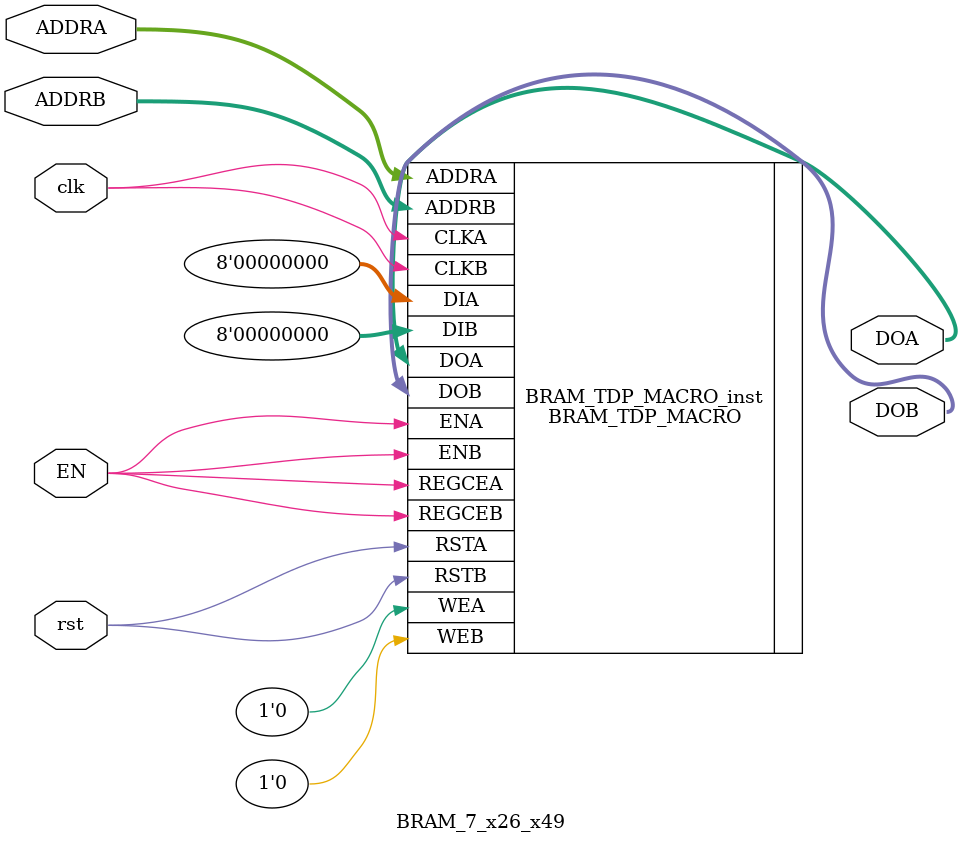
<source format=v>

module BRAM_7_x26_x49(
    input [9:0] ADDRA,
    input [9:0] ADDRB,
    input clk,
    input rst, input EN,
    output [7:0] DOA,
    output [7:0] DOB
    );



// Spartan-6
// Xilinx HDL Libraries Guide, version 14.7
//////////////////////////////////////////////////////////////////////////
// DATA_WIDTH_A/B | BRAM_SIZE | RAM Depth | ADDRA/B Width | WEA/B Width //
// ===============|===========|===========|===============|=============//
// 19-36 | "18Kb" | 512 | 9-bit | 4-bit //
// 10-18 | "18Kb" | 1024 | 10-bit | 2-bit //
// 10-18 | "9Kb" | 512 | 9-bit | 2-bit //
// 5-9 | "18Kb" | 2048 | 11-bit | 1-bit //
// 5-9 | "9Kb" | 1024 | 10-bit | 1-bit //
// 3-4 | "18Kb" | 4096 | 12-bit | 1-bit //
// 3-4 | "9Kb" | 2048 | 11-bit | 1-bit //
// 2 | "18Kb" | 8192 | 13-bit | 1-bit //
// 2 | "9Kb" | 4096 | 12-bit | 1-bit //
// 1 | "18Kb" | 16384 | 14-bit | 1-bit //
// 1 | "9Kb" | 8192 | 12-bit | 1-bit //
//////////////////////////////////////////////////////////////////////////
BRAM_TDP_MACRO #(
	.BRAM_SIZE("9Kb"), // Target BRAM: "9Kb" or "18Kb"
	.DEVICE("SPARTAN6"), // Target device: "VIRTEX5", "VIRTEX6", "SPARTAN6"
	.DOA_REG(1), // Optional port A output register (0 or 1)
	.DOB_REG(1), // Optional port B output register (0 or 1)
	.INIT_A(36'h0123), // Initial values on port A output port
	.INIT_B(36'h3210), // Initial values on port B output port
	.INIT_FILE ("NONE"),
	.READ_WIDTH_A (8), // Valid values are 1-36
	.READ_WIDTH_B (8), // Valid values are 1-36
	.SIM_COLLISION_CHECK ("NONE"), // Collision check enable "ALL", "WARNING_ONLY",
	// "GENERATE_X_ONLY" or "NONE"
	.SRVAL_A(36'h00000000), // Set/Reset value for port A output
	.SRVAL_B(36'h00000000), // Set/Reset value for port B output
	.WRITE_MODE_A("WRITE_FIRST"), // "WRITE_FIRST", "READ_FIRST", or "NO_CHANGE"
	.WRITE_MODE_B("WRITE_FIRST"), // "WRITE_FIRST", "READ_FIRST", or "NO_CHANGE"
	.WRITE_WIDTH_A(8), // Valid values are 1-36
	.WRITE_WIDTH_B(8), // Valid values are 1-36
	
.INIT_00(256'h2D61703FA9003800F25E9C00AC000E004C00ED002C001F008500170000000000),
.INIT_01(256'hBDBAD2E40C0AAF0A958FC9D1FE006E00AA0039002E002F009E003E00FF00CD00),
.INIT_02(256'h4E1371CDF63C05BC714FFD114C000C00CEDF0D5F8380D2005B002B00AC004E00),
.INIT_03(256'h6A9A6744B53674B6A2CC1C92F8008A009C8D6D0D67800400F452B652B5006500),
.INIT_04(256'hCED6BD8837008800B78DF7D3F0007C0082640D644C005100ED005100A2008C00),
.INIT_05(256'h8F907E7EA2769FC601C1C32F927C9CCC79357485B2B02D00EB51D5E1A1B00D00),
.INIT_06(256'h0C1D1DC3C98514059525377BB1B9DFB918BBF53BFB8084002B0075001600DA00),
.INIT_07(256'hF9096A67BAF3E5C3973BB7D535C5D97557B83888E3301E00990345B3F3B0BD00),
.INIT_08(256'hD09C8DC254FDC5FD0FA361FD51FDF3FDB1FD10FDD1FDE2FD78FDEAFDFDFDFDFD),
.INIT_09(256'h40472F19F1F752F76872342C03FD93FD57FDC4FDD3FDD2FD63FDC3FD02FD30FD),
.INIT_0A(256'hB3EE8C300BC1F8418CB200ECB1FDF1FD3322F0A27E7D2FFDA6FDD6FD51FDB3FD),
.INIT_0B(256'h97679AB948CB894B5F31E16F05FD77FD617090F09A7DF9FD09AF4BAF48FD98FD),
.INIT_0C(256'h332B4075CAFD75FD4A700A2E0DFD81FD7F99F099B1FDACFD10FDACFD5FFD71FD),
.INIT_0D(256'h726D83835F8B623BFC3C3ED26F81613184C889784F4DD0FD16AC281C5C4DF0FD),
.INIT_0E(256'hF1E0E03E3478E9F868D8CA864C442244E54608C6067D79FDD6FD88FDEBFD27FD),
.INIT_0F(256'h04F4979A470E183E6AC64A28C8382488AA45C5751ECDE3FD64FEB84E0E4D40FD),
.INIT_10(256'hB332579265003F0041A010003300DC00AB0000005E00EB00C300DD0000000000),
.INIT_11(256'h34A3C20383F2CBF21FC35C630C00F1005800E100AF0008001B001700DA00C800),
.INIT_12(256'h0994B4B4824781C794CC1C6C36000000270DD58DE3800F00E700200098004100),
.INIT_13(256'h4435EB159EB58F35009F9A3FF300D7001E3DFEBDE8801600F5302030B8007300),
.INIT_14(256'h8F658FC580003E00E2D6577668006300B021FF21EA00BB004700BD000A00EE00),
.INIT_15(256'h6CDE1919BE647503D89F18588F96F1F1D6FAEC9D326716000ADB85BCF9676800),
.INIT_16(256'hDEFB87DB8C7F6BFFDC82B02286385438EF2CF9AC84808C00B000930041007C00),
.INIT_17(256'hF770DB37481BDAFC2CFB353C9BAE3CC943C72020A6E7DB0037EB618C48670000),
.INIT_18(256'h4ECFAA6F98FDC2FDBC5DEDFDCEFD21FD56FDFDFDA3FD16FD3EFD20FDFDFDFDFD),
.INIT_19(256'hC95E3FFE7E0F360FE23EA19EF1FD0CFDA5FD1CFD52FDF5FDE6FDEAFD27FD35FD),
.INIT_1A(256'hF46949497FBA7C3A6931E191CBFDFDFDDAF028701E7DF2FD1AFDDDFD65FDBCFD),
.INIT_1B(256'hB9C816E8634872C8FD6267C20EFD2AFDE3C00340157DEBFD08CDDDCD45FD8EFD),
.INIT_1C(256'h729872387DFDC3FD1F2BAA8B95FD9EFD4DDC02DC17FD46FDBAFD40FDF7FD13FD),
.INIT_1D(256'h9123E4E4439988FE2562E5A5726B0C0C2B071160CF9AEBFDF7267841049A95FD),
.INIT_1E(256'h23067A2671829602217F4DDF7BC5A9C512D10451797D71FD4DFD6EFDBCFD81FD),
.INIT_1F(256'h0A8D26CAB5E62701D106C8C16653C134BE3ADDDD5B1A26FDCA169C71B59AFDFD),



	
	//===============================================================================
	
	.INIT_20(256'h0000000000000000000000000000000000000000000000000000000000000000),
	.INIT_21(256'h0000000000000000000000000000000000000000000000000000000000000000),
	.INIT_22(256'h0000000000000000000000000000000000000000000000000000000000000000),
	.INIT_23(256'h0000000000000000000000000000000000000000000000000000000000000000),
	.INIT_24(256'h0000000000000000000000000000000000000000000000000000000000000000),
	.INIT_25(256'h0000000000000000000000000000000000000000000000000000000000000000),
	.INIT_26(256'h0000000000000000000000000000000000000000000000000000000000000000),
	.INIT_27(256'h0000000000000000000000000000000000000000000000000000000000000000),
	.INIT_28(256'h0000000000000000000000000000000000000000000000000000000000000000),
	.INIT_29(256'h0000000000000000000000000000000000000000000000000000000000000000),
	.INIT_2A(256'h0000000000000000000000000000000000000000000000000000000000000000),
	.INIT_2B(256'h0000000000000000000000000000000000000000000000000000000000000000),
	.INIT_2C(256'h0000000000000000000000000000000000000000000000000000000000000000),
	.INIT_2D(256'h0000000000000000000000000000000000000000000000000000000000000000),
	.INIT_2E(256'h0000000000000000000000000000000000000000000000000000000000000000),
	.INIT_2F(256'h0000000000000000000000000000000000000000000000000000000000000000),
	.INIT_30(256'h0000000000000000000000000000000000000000000000000000000000000000),
	.INIT_31(256'h0000000000000000000000000000000000000000000000000000000000000000),
	.INIT_32(256'h0000000000000000000000000000000000000000000000000000000000000000),
	.INIT_33(256'h0000000000000000000000000000000000000000000000000000000000000000),
	.INIT_34(256'h0000000000000000000000000000000000000000000000000000000000000000),
	.INIT_35(256'h0000000000000000000000000000000000000000000000000000000000000000),
	.INIT_36(256'h0000000000000000000000000000000000000000000000000000000000000000),
	.INIT_37(256'h0000000000000000000000000000000000000000000000000000000000000000),
	.INIT_38(256'h0000000000000000000000000000000000000000000000000000000000000000),
	.INIT_39(256'h0000000000000000000000000000000000000000000000000000000000000000),
	.INIT_3A(256'h0000000000000000000000000000000000000000000000000000000000000000),
	.INIT_3B(256'h0000000000000000000000000000000000000000000000000000000000000000),
	.INIT_3C(256'h0000000000000000000000000000000000000000000000000000000000000000),
	.INIT_3D(256'h0000000000000000000000000000000000000000000000000000000000000000),
	.INIT_3E(256'h0000000000000000000000000000000000000000000000000000000000000000),
	.INIT_3F(256'h0000000000000000000000000000000000000000000000000000000000000000),


	// The next set of INITP_xx are for the parity bits
	.INITP_00(256'h0000000000000000000000000000000000000000000000000000000000000000),
	.INITP_01(256'h0000000000000000000000000000000000000000000000000000000000000000),
	.INITP_02(256'h0000000000000000000000000000000000000000000000000000000000000000),
	.INITP_03(256'h0000000000000000000000000000000000000000000000000000000000000000),
	// The next set of INITP_xx are for "18Kb" configuration only
	.INITP_04(256'h0000000000000000000000000000000000000000000000000000000000000000),
	.INITP_05(256'h0000000000000000000000000000000000000000000000000000000000000000),
	.INITP_06(256'h0000000000000000000000000000000000000000000000000000000000000000),
	.INITP_07(256'h0000000000000000000000000000000000000000000000000000000000000000)
) BRAM_TDP_MACRO_inst (
	.DOA(DOA), // Output port-A data, width defined by READ_WIDTH_A parameter
	.DOB(DOB), // Output port-B data, width defined by READ_WIDTH_B parameter
	.ADDRA(ADDRA), // Input port-A address, width defined by Port A depth
	.ADDRB(ADDRB), // Input port-B address, width defined by Port B depth
	.CLKA(clk), // 1-bit input port-A clock
	.CLKB(clk), // 1-bit input port-B clock
		.DIA(8'h0), // Input port-A data, width defined by WRITE_WIDTH_A parameter
	.DIB(8'h0), // Input port-B data, width defined by WRITE_WIDTH_B parameter
	.ENA(EN), // 1-bit input port-A enable
	.ENB(EN), // 1-bit input port-B enable
	.REGCEA(EN), // 1-bit input port-A output register enable
	.REGCEB(EN), // 1-bit input port-B output register enable
	.RSTA(rst), // 1-bit input port-A reset
	.RSTB(rst), // 1-bit input port-B reset
	.WEA(1'b0), // Input port-A write enable, width defined by Port A depth
	.WEB(1'b0) // Input port-B write enable, width defined by Port B depth
);
// End of BRAM_TDP_MACRO_inst instantiation
endmodule

</source>
